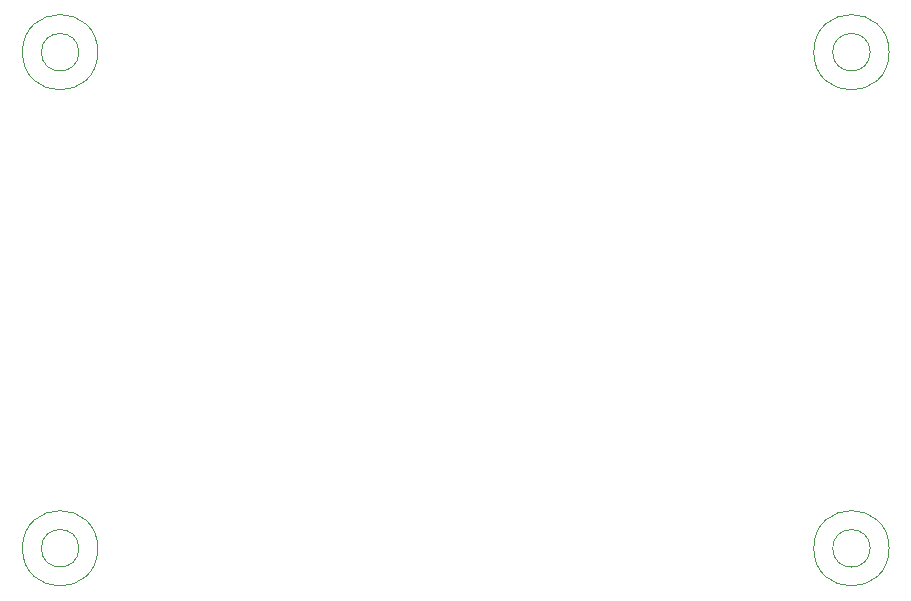
<source format=gbr>
%TF.GenerationSoftware,KiCad,Pcbnew,no-vcs-found*%
%TF.CreationDate,2017-10-06T14:05:24+10:30*%
%TF.ProjectId,clearpath-sc-single-channel,636C656172706174682D73632D73696E,1.0*%
%TF.SameCoordinates,Original*%
%TF.FileFunction,Other,Fab,Bot*%
%FSLAX46Y46*%
G04 Gerber Fmt 4.6, Leading zero omitted, Abs format (unit mm)*
G04 Created by KiCad (PCBNEW no-vcs-found) date Fri Oct  6 14:05:24 2017*
%MOMM*%
%LPD*%
G01*
G04 APERTURE LIST*
%ADD10C,0.120000*%
G04 APERTURE END LIST*
D10*
%TO.C,MNT1*%
X172590000Y-104000000D02*
G75*
G03X172590000Y-104000000I-1590000J0D01*
G01*
X174190000Y-104000000D02*
G75*
G03X174190000Y-104000000I-3190000J0D01*
G01*
%TO.C,MNT2*%
X174190000Y-146000000D02*
G75*
G03X174190000Y-146000000I-3190000J0D01*
G01*
X172590000Y-146000000D02*
G75*
G03X172590000Y-146000000I-1590000J0D01*
G01*
%TO.C,MNT3*%
X107190000Y-146000000D02*
G75*
G03X107190000Y-146000000I-3190000J0D01*
G01*
X105590000Y-146000000D02*
G75*
G03X105590000Y-146000000I-1590000J0D01*
G01*
%TO.C,MNT4*%
X105590000Y-104000000D02*
G75*
G03X105590000Y-104000000I-1590000J0D01*
G01*
X107190000Y-104000000D02*
G75*
G03X107190000Y-104000000I-3190000J0D01*
G01*
%TD*%
M02*

</source>
